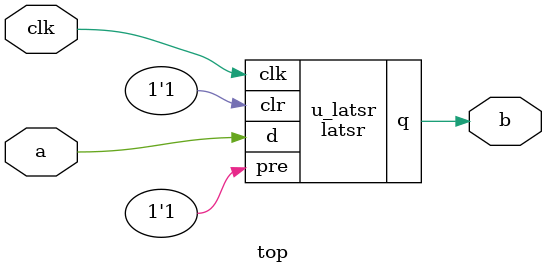
<source format=v>
module latsr
    ( input d, clk, pre, clr, output reg q );
	always @(*)
		if ( pre )
			q <= 1'b1;
		else if ( clr )
			q <= 1'b0;
		else
            q <= d;
endmodule

module top (
input clk,
input a,
output b
);

latsr u_latsr (
        .clk (clk ),
        .clr (1'b1),
        .pre (1'b1),
        .d (a ),
        .q (b )
    );

endmodule

</source>
